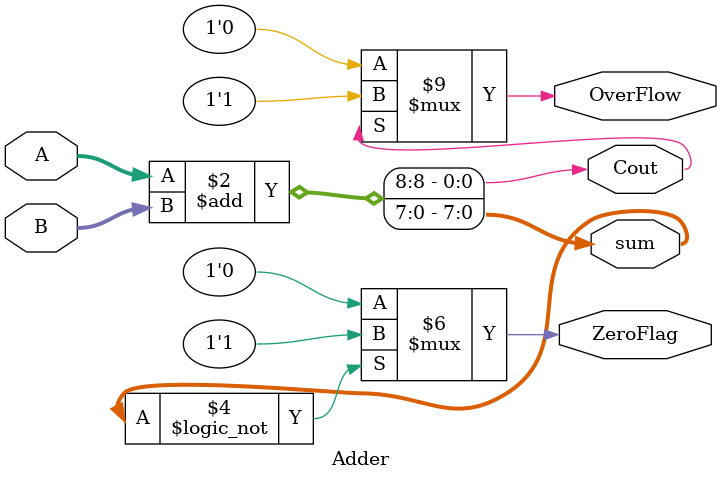
<source format=v>
module Adder(A, B, sum, Cout,OverFlow,ZeroFlag);  
input  [7:0] A;  
input  [7:0] B;  
output [7:0] sum;  
output Cout,OverFlow,ZeroFlag;  
reg [7:0] sum;
reg Cout,OverFlow,ZeroFlag;  

always @(A or B)
begin
{Cout,sum} = A+B;

  if(Cout ==1)
   OverFlow=1;
   else 
   OverFlow=0;

  
  if(sum== 8'b00000000)
   ZeroFlag =1;
   else 
    ZeroFlag =0;

  end
endmodule 
</source>
